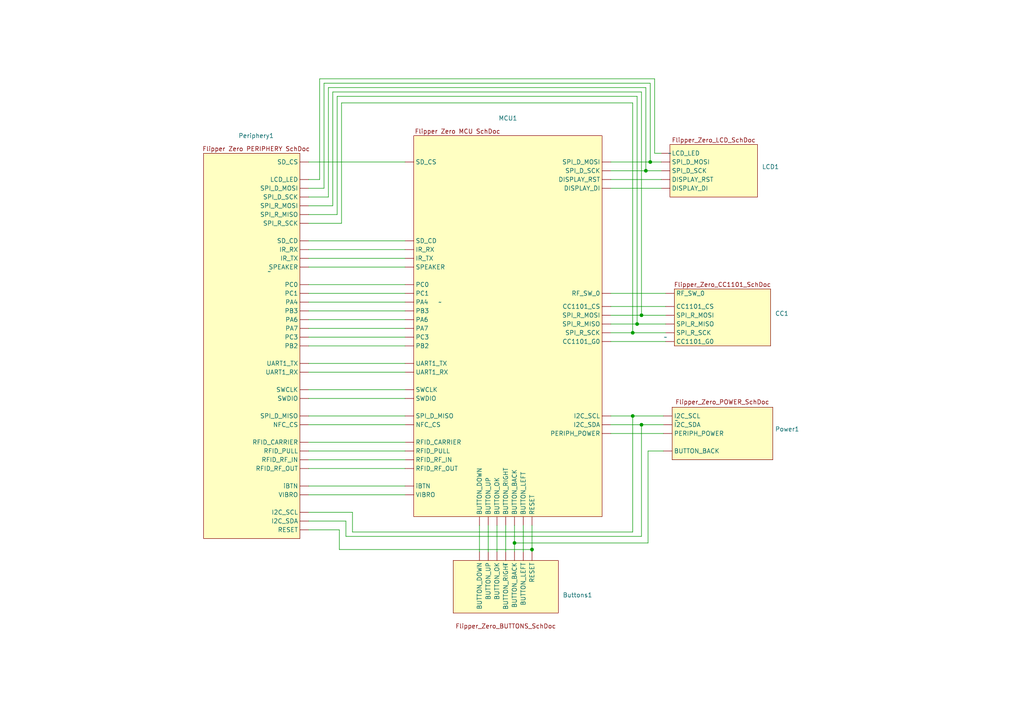
<source format=kicad_sch>
(kicad_sch (version 20230121) (generator eeschema)
  (paper "A4")
  (title_block (title "Flipper Device DIY") (rev "13.F7B9C6") (company "Flipper Devices Inc."))
  (lib_symbols
    (symbol "Flipper_Zero_Lib:Flipper_Zero_Button_Block"
      (property "Reference" "Buttons" (at -11.43 -15.24 0))
      (symbol "Flipper_Zero_Button_Block_1_1"
        (rectangle (start -15.24 1.27) (end 15.24 -13.97) (fill (type background)))
        (text "Flipper_Zero_BUTTONS_SchDoc\n" (at 0 -17.78 0) (effects (font (size 1.27 1.27))))
        (pin output line (at 2.54 3.81 270) (length 2.54) (name "BUTTON_BACK") (number ""))
        (pin output line (at -7.62 3.81 270) (length 2.54) (name "BUTTON_DOWN") (number ""))
        (pin output line (at 5.08 3.81 270) (length 2.54) (name "BUTTON_LEFT") (number ""))
        (pin output line (at -2.54 3.81 270) (length 2.54) (name "BUTTON_OK") (number ""))
        (pin output line (at 0 3.81 270) (length 2.54) (name "BUTTON_RIGHT") (number ""))
        (pin output line (at -5.08 3.81 270) (length 2.54) (name "BUTTON_UP") (number ""))
        (pin output line (at 7.62 3.81 270) (length 2.54) (name "RESET") (number ""))
      )
    )
    (symbol "Flipper_Zero_Lib:Flipper_Zero_CC101_Block"
      (property "Reference" "CC1101" (at 2.54 17.78 0))
      (symbol "Flipper_Zero_CC101_Block_1_1"
        (rectangle (start -1.27 13.97) (end 26.67 -2.54) (fill (type background)))
        (text "Flipper_Zero_CC1101_SchDoc\n" (at 12.7 15.24 0) (effects (font (size 1.27 1.27))))
        (pin input line (at -3.81 8.89 0) (length 2.54) (name "CC1101_CS") (number ""))
        (pin bidirectional line (at -3.81 -1.27 0) (length 2.54) (name "CC1101_G0") (number ""))
        (pin input line (at -3.81 12.7 0) (length 2.54) (name "RF_SW_0") (number ""))
        (pin output line (at -3.81 3.81 0) (length 2.54) (name "SPI_R_MISO") (number ""))
        (pin input line (at -3.81 6.35 0) (length 2.54) (name "SPI_R_MOSI") (number ""))
        (pin input line (at -3.81 1.27 0) (length 2.54) (name "SPI_R_SCK") (number ""))
      )
    )
    (symbol "Flipper_Zero_Lib:Flipper_Zero_LCD_BLOCK"
      (property "Reference" "LCD" (at 2.54 6.35 0))
      (symbol "Flipper_Zero_LCD_BLOCK_1_1"
        (rectangle (start 0 2.54) (end 25.4 -12.7) (fill (type background)))
        (text "Flipper_Zero_LCD_SchDoc\n" (at 12.7 3.81 0) (effects (font (size 1.27 1.27))))
        (pin input line (at -2.54 -10.16 0) (length 2.54) (name "DISPLAY_DI") (number ""))
        (pin input line (at -2.54 -7.62 0) (length 2.54) (name "DISPLAY_RST") (number ""))
        (pin output line (at -2.54 0 0) (length 2.54) (name "LCD_LED") (number ""))
        (pin input line (at -2.54 -2.54 0) (length 2.54) (name "SPI_D_MOSI") (number ""))
        (pin input line (at -2.54 -5.08 0) (length 2.54) (name "SPI_D_SCK") (number ""))
      )
    )
    (symbol "Flipper_Zero_Lib:Flipper_Zero_MCU_Block" (in_bom no) (on_board no)
      (property "Reference" "MCU" (at -24.13 60.96 0))
      (symbol "Flipper_Zero_MCU_Block_1_1"
        (rectangle (start -26.67 57.15) (end 27.94 -53.34) (fill (type background)))
        (text "Flipper Zero MCU SchDoc\n" (at -13.97 58.42 0) (effects (font (size 1.27 1.27))))
        (pin input line (at 2.54 -55.88 90) (length 2.54) (name "BUTTON_BACK") (number ""))
        (pin input line (at -7.62 -55.88 90) (length 2.54) (name "BUTTON_DOWN") (number ""))
        (pin input line (at 5.08 -55.88 90) (length 2.54) (name "BUTTON_LEFT") (number ""))
        (pin input line (at -2.54 -55.88 90) (length 2.54) (name "BUTTON_OK") (number ""))
        (pin input line (at 0 -55.88 90) (length 2.54) (name "BUTTON_RIGHT") (number ""))
        (pin input line (at -5.08 -55.88 90) (length 2.54) (name "BUTTON_UP") (number ""))
        (pin output line (at 30.48 7.62 180) (length 2.54) (name "CC1101_CS") (number ""))
        (pin bidirectional line (at 30.48 -2.54 180) (length 2.54) (name "CC1101_G0") (number ""))
        (pin output line (at 30.48 41.91 180) (length 2.54) (name "DISPLAY_DI") (number ""))
        (pin output line (at 30.48 44.45 180) (length 2.54) (name "DISPLAY_RST") (number ""))
        (pin output line (at 30.48 -24.13 180) (length 2.54) (name "I2C_SCL") (number ""))
        (pin bidirectional line (at 30.48 -26.67 180) (length 2.54) (name "I2C_SDA") (number ""))
        (pin input line (at -29.21 24.13 0) (length 2.54) (name "IR_RX") (number ""))
        (pin output line (at -29.21 21.59 0) (length 2.54) (name "IR_TX") (number ""))
        (pin output line (at -29.21 -26.67 0) (length 2.54) (name "NFC_CS") (number ""))
        (pin bidirectional line (at -29.21 8.89 0) (length 2.54) (name "PA4") (number ""))
        (pin bidirectional line (at -29.21 3.81 0) (length 2.54) (name "PA6") (number ""))
        (pin bidirectional line (at -29.21 1.27 0) (length 2.54) (name "PA7") (number ""))
        (pin bidirectional line (at -29.21 -3.81 0) (length 2.54) (name "PB2") (number ""))
        (pin bidirectional line (at -29.21 6.35 0) (length 2.54) (name "PB3") (number ""))
        (pin bidirectional line (at -29.21 13.97 0) (length 2.54) (name "PC0") (number ""))
        (pin bidirectional line (at -29.21 11.43 0) (length 2.54) (name "PC1") (number ""))
        (pin bidirectional line (at -29.21 -1.27 0) (length 2.54) (name "PC3") (number ""))
        (pin output line (at 30.48 -29.21 180) (length 2.54) (name "PERIPH_POWER") (number ""))
        (pin input line (at 7.62 -55.88 90) (length 2.54) (name "RESET") (number ""))
        (pin input line (at -29.21 -31.75 0) (length 2.54) (name "RFID_CARRIER") (number ""))
        (pin output line (at -29.21 -34.29 0) (length 2.54) (name "RFID_PULL") (number ""))
        (pin input line (at -29.21 -36.83 0) (length 2.54) (name "RFID_RF_IN") (number ""))
        (pin output line (at -29.21 -39.37 0) (length 2.54) (name "RFID_RF_OUT") (number ""))
        (pin output line (at 30.48 11.43 180) (length 2.54) (name "RF_SW_0") (number ""))
        (pin input line (at -29.21 26.67 0) (length 2.54) (name "SD_CD") (number ""))
        (pin output line (at -29.21 49.53 0) (length 2.54) (name "SD_CS") (number ""))
        (pin output line (at -29.21 19.05 0) (length 2.54) (name "SPEAKER") (number ""))
        (pin input line (at -29.21 -24.13 0) (length 2.54) (name "SPI_D_MISO") (number ""))
        (pin output line (at 30.48 49.53 180) (length 2.54) (name "SPI_D_MOSI") (number ""))
        (pin output line (at 30.48 46.99 180) (length 2.54) (name "SPI_D_SCK") (number ""))
        (pin input line (at 30.48 2.54 180) (length 2.54) (name "SPI_R_MISO") (number ""))
        (pin output line (at 30.48 5.08 180) (length 2.54) (name "SPI_R_MOSI") (number ""))
        (pin output line (at 30.48 0 180) (length 2.54) (name "SPI_R_SCK") (number ""))
        (pin output line (at -29.21 -16.51 0) (length 2.54) (name "SWCLK") (number ""))
        (pin bidirectional line (at -29.21 -19.05 0) (length 2.54) (name "SWDIO") (number ""))
        (pin input line (at -29.21 -11.43 0) (length 2.54) (name "UART1_RX") (number ""))
        (pin output line (at -29.21 -8.89 0) (length 2.54) (name "UART1_TX") (number ""))
        (pin output line (at -29.21 -46.99 0) (length 2.54) (name "VIBRO") (number ""))
        (pin bidirectional line (at -29.21 -44.45 0) (length 2.54) (name "iBTN") (number ""))
      )
    )
    (symbol "Flipper_Zero_Lib:Flipper_Zero_Periphery_Block"
      (property "Reference" "Periphery" (at -15.24 38.1 0))
      (symbol "Flipper_Zero_Periphery_Block_1_1"
        (rectangle (start -19.05 34.29) (end 8.89 -77.47) (fill (type background)))
        (text "Flipper Zero PERIPHERY SchDoc\n" (at -3.81 35.56 0) (effects (font (size 1.27 1.27))))
        (pin input line (at 11.43 -69.85 180) (length 2.54) (name "I2C_SCL") (number ""))
        (pin bidirectional line (at 11.43 -72.39 180) (length 2.54) (name "I2C_SDA") (number ""))
        (pin output line (at 11.43 6.35 180) (length 2.54) (name "IR_RX") (number ""))
        (pin input line (at 11.43 3.81 180) (length 2.54) (name "IR_TX") (number ""))
        (pin input line (at 11.43 26.67 180) (length 2.54) (name "LCD_LED") (number ""))
        (pin input line (at 11.43 -44.45 180) (length 2.54) (name "NFC_CS") (number ""))
        (pin bidirectional line (at 11.43 -8.89 180) (length 2.54) (name "PA4") (number ""))
        (pin bidirectional line (at 11.43 -13.97 180) (length 2.54) (name "PA6") (number ""))
        (pin bidirectional line (at 11.43 -16.51 180) (length 2.54) (name "PA7") (number ""))
        (pin bidirectional line (at 11.43 -21.59 180) (length 2.54) (name "PB2") (number ""))
        (pin bidirectional line (at 11.43 -11.43 180) (length 2.54) (name "PB3") (number ""))
        (pin bidirectional line (at 11.43 -3.81 180) (length 2.54) (name "PC0") (number ""))
        (pin bidirectional line (at 11.43 -6.35 180) (length 2.54) (name "PC1") (number ""))
        (pin bidirectional line (at 11.43 -19.05 180) (length 2.54) (name "PC3") (number ""))
        (pin input line (at 11.43 -74.93 180) (length 2.54) (name "RESET") (number ""))
        (pin output line (at 11.43 -49.53 180) (length 2.54) (name "RFID_CARRIER") (number ""))
        (pin input line (at 11.43 -52.07 180) (length 2.54) (name "RFID_PULL") (number ""))
        (pin output line (at 11.43 -54.61 180) (length 2.54) (name "RFID_RF_IN") (number ""))
        (pin input line (at 11.43 -57.15 180) (length 2.54) (name "RFID_RF_OUT") (number ""))
        (pin output line (at 11.43 8.89 180) (length 2.54) (name "SD_CD") (number ""))
        (pin input line (at 11.43 31.75 180) (length 2.54) (name "SD_CS") (number ""))
        (pin input line (at 11.43 1.27 180) (length 2.54) (name "SPEAKER") (number ""))
        (pin output line (at 11.43 -41.91 180) (length 2.54) (name "SPI_D_MISO") (number ""))
        (pin input line (at 11.43 24.13 180) (length 2.54) (name "SPI_D_MOSI") (number ""))
        (pin input line (at 11.43 21.59 180) (length 2.54) (name "SPI_D_SCK") (number ""))
        (pin input line (at 11.43 16.51 180) (length 2.54) (name "SPI_R_MISO") (number ""))
        (pin input line (at 11.43 19.05 180) (length 2.54) (name "SPI_R_MOSI") (number ""))
        (pin input line (at 11.43 13.97 180) (length 2.54) (name "SPI_R_SCK") (number ""))
        (pin input line (at 11.43 -34.29 180) (length 2.54) (name "SWCLK") (number ""))
        (pin bidirectional line (at 11.43 -36.83 180) (length 2.54) (name "SWDIO") (number ""))
        (pin output line (at 11.43 -29.21 180) (length 2.54) (name "UART1_RX") (number ""))
        (pin input line (at 11.43 -26.67 180) (length 2.54) (name "UART1_TX") (number ""))
        (pin input line (at 11.43 -64.77 180) (length 2.54) (name "VIBRO") (number ""))
        (pin bidirectional line (at 11.43 -62.23 180) (length 2.54) (name "iBTN") (number ""))
      )
    )
    (symbol "Flipper_Zero_Lib:Flipper_Zero_Power_Block"
      (property "Reference" "Power" (at 2.54 7.62 0))
      (symbol "Flipper_Zero_Power_Block_1_1"
        (rectangle (start -1.27 3.81) (end 27.94 -11.43) (fill (type background)))
        (text "Flipper_Zero_POWER_SchDoc\n" (at 13.2919 5.3151 0) (effects (font (size 1.27 1.27))))
        (pin output line (at -3.81 -8.89 0) (length 2.54) (name "BUTTON_BACK") (number ""))
        (pin input line (at -3.81 1.27 0) (length 2.54) (name "I2C_SCL") (number ""))
        (pin bidirectional line (at -3.81 -1.27 0) (length 2.54) (name "I2C_SDA") (number ""))
        (pin input line (at -3.81 -3.81 0) (length 2.54) (name "PERIPH_POWER") (number ""))
      )
    )
  )
  (junction (at 154.305 159.385))
  (junction (at 183.515 96.52))
  (junction (at 184.785 93.98))
  (junction (at 149.225 157.48))
  (junction (at 186.055 91.44))
  (junction (at 188.595 46.99))
  (junction (at 186.055 123.19))
  (junction (at 187.325 49.53))
  (junction (at 183.515 120.65))
  (wire (pts (xy 186.055 91.44) (xy 193.04 91.44)))
  (wire (pts (xy 89.535 46.99) (xy 117.475 46.99)))
  (wire (pts (xy 186.055 26.67) (xy 186.055 91.44)))
  (wire (pts (xy 151.765 152.4) (xy 151.765 160.02)))
  (wire (pts (xy 154.305 159.385) (xy 154.305 160.02)))
  (wire (pts (xy 177.165 99.06) (xy 193.04 99.06)))
  (wire (pts (xy 89.535 64.77) (xy 99.06 64.77)))
  (wire (pts (xy 100.33 151.13) (xy 100.33 155.575)))
  (wire (pts (xy 102.235 154.305) (xy 183.515 154.305)))
  (wire (pts (xy 186.055 155.575) (xy 186.055 123.19)))
  (wire (pts (xy 177.165 120.65) (xy 183.515 120.65)))
  (wire (pts (xy 102.235 148.59) (xy 102.235 154.305)))
  (wire (pts (xy 149.225 152.4) (xy 149.225 157.48)))
  (wire (pts (xy 89.535 130.81) (xy 117.475 130.81)))
  (wire (pts (xy 144.145 152.4) (xy 144.145 160.02)))
  (wire (pts (xy 177.165 49.53) (xy 187.325 49.53)))
  (wire (pts (xy 183.515 29.845) (xy 183.515 96.52)))
  (wire (pts (xy 89.535 128.27) (xy 117.475 128.27)))
  (wire (pts (xy 183.515 154.305) (xy 183.515 120.65)))
  (wire (pts (xy 89.535 151.13) (xy 100.33 151.13)))
  (wire (pts (xy 89.535 123.19) (xy 117.475 123.19)))
  (wire (pts (xy 192.405 130.81) (xy 187.96 130.81)))
  (wire (pts (xy 188.595 46.99) (xy 191.77 46.99)))
  (wire (pts (xy 177.165 46.99) (xy 188.595 46.99)))
  (wire (pts (xy 149.225 157.48) (xy 149.225 160.02)))
  (wire (pts (xy 96.52 26.67) (xy 186.055 26.67)))
  (wire (pts (xy 98.425 153.67) (xy 98.425 159.385)))
  (wire (pts (xy 189.865 44.45) (xy 189.865 22.86)))
  (wire (pts (xy 89.535 97.79) (xy 117.475 97.79)))
  (wire (pts (xy 96.52 59.69) (xy 96.52 26.67)))
  (wire (pts (xy 97.79 27.94) (xy 184.785 27.94)))
  (wire (pts (xy 187.325 49.53) (xy 191.77 49.53)))
  (wire (pts (xy 89.535 148.59) (xy 102.235 148.59)))
  (wire (pts (xy 89.535 74.93) (xy 117.475 74.93)))
  (wire (pts (xy 187.325 25.4) (xy 187.325 49.53)))
  (wire (pts (xy 89.535 120.65) (xy 117.475 120.65)))
  (wire (pts (xy 89.535 54.61) (xy 93.98 54.61)))
  (wire (pts (xy 184.785 27.94) (xy 184.785 93.98)))
  (wire (pts (xy 89.535 100.33) (xy 117.475 100.33)))
  (wire (pts (xy 89.535 72.39) (xy 117.475 72.39)))
  (wire (pts (xy 97.79 62.23) (xy 97.79 27.94)))
  (wire (pts (xy 189.865 22.86) (xy 92.71 22.86)))
  (wire (pts (xy 92.71 22.86) (xy 92.71 52.07)))
  (wire (pts (xy 187.96 130.81) (xy 187.96 157.48)))
  (wire (pts (xy 89.535 135.89) (xy 117.475 135.89)))
  (wire (pts (xy 187.96 157.48) (xy 149.225 157.48)))
  (wire (pts (xy 177.165 88.9) (xy 193.04 88.9)))
  (wire (pts (xy 177.165 52.07) (xy 191.77 52.07)))
  (wire (pts (xy 183.515 96.52) (xy 193.04 96.52)))
  (wire (pts (xy 89.535 62.23) (xy 97.79 62.23)))
  (wire (pts (xy 183.515 120.65) (xy 192.405 120.65)))
  (wire (pts (xy 89.535 90.17) (xy 117.475 90.17)))
  (wire (pts (xy 141.605 152.4) (xy 141.605 160.02)))
  (wire (pts (xy 139.065 152.4) (xy 139.065 160.02)))
  (wire (pts (xy 92.71 52.07) (xy 89.535 52.07)))
  (wire (pts (xy 93.98 54.61) (xy 93.98 24.13)))
  (wire (pts (xy 98.425 159.385) (xy 154.305 159.385)))
  (wire (pts (xy 154.305 152.4) (xy 154.305 159.385)))
  (wire (pts (xy 177.165 85.09) (xy 193.04 85.09)))
  (wire (pts (xy 100.33 155.575) (xy 186.055 155.575)))
  (wire (pts (xy 89.535 143.51) (xy 117.475 143.51)))
  (wire (pts (xy 177.165 125.73) (xy 192.405 125.73)))
  (wire (pts (xy 89.535 85.09) (xy 117.475 85.09)))
  (wire (pts (xy 89.535 133.35) (xy 117.475 133.35)))
  (wire (pts (xy 184.785 93.98) (xy 193.04 93.98)))
  (wire (pts (xy 89.535 77.47) (xy 117.475 77.47)))
  (wire (pts (xy 177.165 54.61) (xy 191.77 54.61)))
  (wire (pts (xy 89.535 107.95) (xy 117.475 107.95)))
  (wire (pts (xy 186.055 91.44) (xy 177.165 91.44)))
  (wire (pts (xy 89.535 92.71) (xy 117.475 92.71)))
  (wire (pts (xy 89.535 105.41) (xy 117.475 105.41)))
  (wire (pts (xy 191.77 44.45) (xy 189.865 44.45)))
  (wire (pts (xy 89.535 57.15) (xy 95.25 57.15)))
  (wire (pts (xy 186.055 123.19) (xy 192.405 123.19)))
  (wire (pts (xy 177.165 96.52) (xy 183.515 96.52)))
  (wire (pts (xy 186.055 123.19) (xy 177.165 123.19)))
  (wire (pts (xy 89.535 113.03) (xy 117.475 113.03)))
  (wire (pts (xy 89.535 115.57) (xy 117.475 115.57)))
  (wire (pts (xy 146.685 152.4) (xy 146.685 160.02)))
  (wire (pts (xy 89.535 69.85) (xy 117.475 69.85)))
  (wire (pts (xy 95.25 25.4) (xy 187.325 25.4)))
  (wire (pts (xy 89.535 82.55) (xy 117.475 82.55)))
  (wire (pts (xy 95.25 57.15) (xy 95.25 25.4)))
  (wire (pts (xy 89.535 140.97) (xy 117.475 140.97)))
  (wire (pts (xy 188.595 24.13) (xy 188.595 46.99)))
  (wire (pts (xy 89.535 153.67) (xy 98.425 153.67)))
  (wire (pts (xy 99.06 64.77) (xy 99.06 29.845)))
  (wire (pts (xy 93.98 24.13) (xy 188.595 24.13)))
  (wire (pts (xy 89.535 95.25) (xy 117.475 95.25)))
  (wire (pts (xy 99.06 29.845) (xy 183.515 29.845)))
  (wire (pts (xy 177.165 93.98) (xy 184.785 93.98)))
  (wire (pts (xy 89.535 59.69) (xy 96.52 59.69)))
  (wire (pts (xy 89.535 87.63) (xy 117.475 87.63)))
  (symbol (lib_id "Flipper_Zero_Lib:Flipper_Zero_CC101_Block") (at 196.85 97.79 0) (unit 1)
    (property "Reference" "CC1" (at 224.79 90.9292 0) (effects (justify left)))
    (property "Value" "~" (at 193.04 97.79 0))
    (instances (project "Flipper_Zero_DIY" (path "" (reference "CC1") (unit 1)) (path "" (reference "CC1101") (unit 1))))
  )
  (symbol (lib_id "Flipper_Zero_Lib:Flipper_Zero_MCU_Block") (at 146.685 96.52 0) (unit 1) (in_bom no) (on_board no)
    (property "Reference" "MCU1" (at 147.32 34.29 0))
    (property "Value" "~" (at 127.635 87.63 0))
  )
  (symbol (lib_id "Flipper_Zero_Lib:Flipper_Zero_Button_Block") (at 146.685 163.83 0) (unit 1)
    (property "Reference" "Buttons1" (at 163.195 172.5958 0) (effects (justify left)))
    (property "Value" "~" (at 146.685 163.83 0))
  )
  (symbol (lib_id "Flipper_Zero_Lib:Flipper_Zero_LCD_BLOCK") (at 194.31 44.45 0) (unit 1)
    (property "Reference" "LCD1" (at 220.98 48.3842 0) (effects (justify left)))
    (property "Value" "~" (at 194.31 44.45 0))
  )
  (symbol (lib_id "Flipper_Zero_Lib:Flipper_Zero_Periphery_Block") (at 78.105 78.74 0) (unit 1)
    (property "Reference" "Periphery1" (at 74.295 39.37 0))
    (property "Value" "~" (at 78.105 78.74 0))
  )
  (symbol (lib_id "Flipper_Zero_Lib:Flipper_Zero_Power_Block") (at 196.215 121.92 0) (unit 1)
    (property "Reference" "Power1" (at 224.79 124.4666 0) (effects (justify left)))
    (property "Value" "~" (at 196.215 121.92 0))
  )
)
</source>
